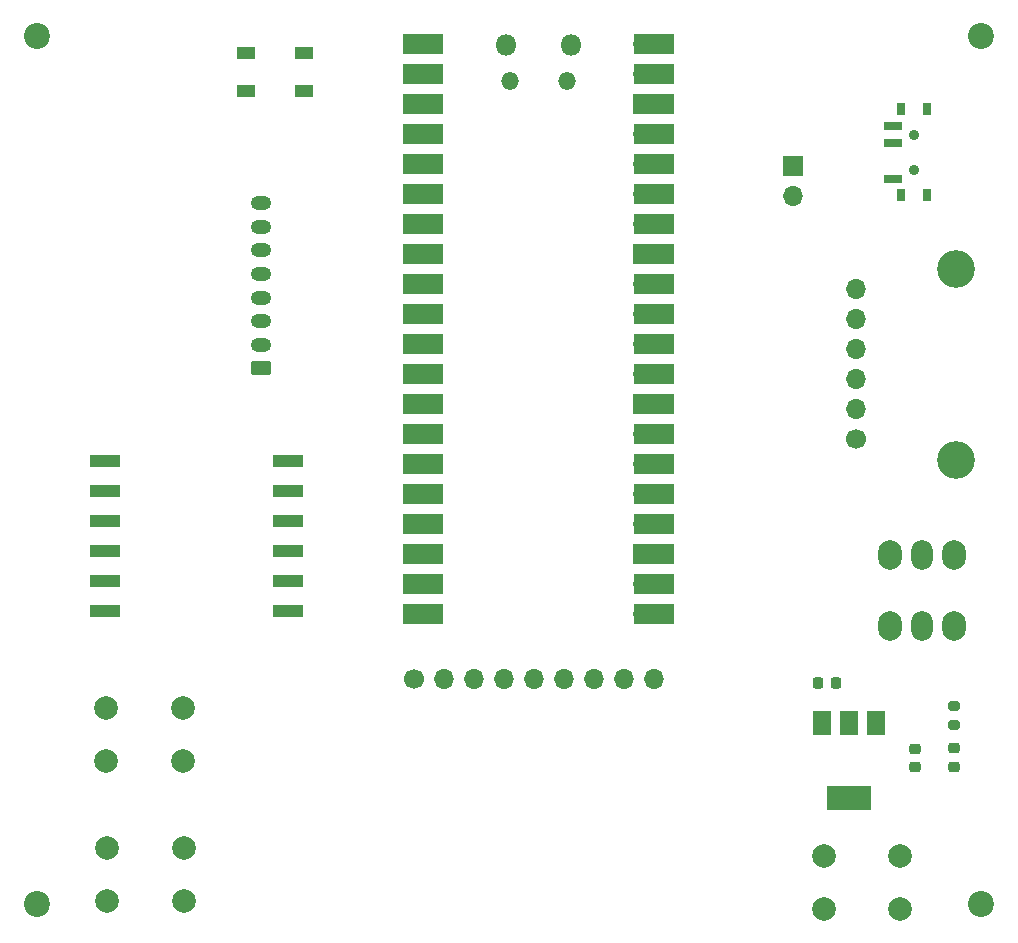
<source format=gbr>
%TF.GenerationSoftware,KiCad,Pcbnew,(6.0.7-1)-1*%
%TF.CreationDate,2022-12-29T15:12:48+00:00*%
%TF.ProjectId,pico-gps-datalogger,7069636f-2d67-4707-932d-646174616c6f,rev?*%
%TF.SameCoordinates,Original*%
%TF.FileFunction,Soldermask,Top*%
%TF.FilePolarity,Negative*%
%FSLAX46Y46*%
G04 Gerber Fmt 4.6, Leading zero omitted, Abs format (unit mm)*
G04 Created by KiCad (PCBNEW (6.0.7-1)-1) date 2022-12-29 15:12:48*
%MOMM*%
%LPD*%
G01*
G04 APERTURE LIST*
G04 Aperture macros list*
%AMRoundRect*
0 Rectangle with rounded corners*
0 $1 Rounding radius*
0 $2 $3 $4 $5 $6 $7 $8 $9 X,Y pos of 4 corners*
0 Add a 4 corners polygon primitive as box body*
4,1,4,$2,$3,$4,$5,$6,$7,$8,$9,$2,$3,0*
0 Add four circle primitives for the rounded corners*
1,1,$1+$1,$2,$3*
1,1,$1+$1,$4,$5*
1,1,$1+$1,$6,$7*
1,1,$1+$1,$8,$9*
0 Add four rect primitives between the rounded corners*
20,1,$1+$1,$2,$3,$4,$5,0*
20,1,$1+$1,$4,$5,$6,$7,0*
20,1,$1+$1,$6,$7,$8,$9,0*
20,1,$1+$1,$8,$9,$2,$3,0*%
G04 Aperture macros list end*
%ADD10RoundRect,0.200000X0.275000X-0.200000X0.275000X0.200000X-0.275000X0.200000X-0.275000X-0.200000X0*%
%ADD11C,1.700000*%
%ADD12O,1.700000X1.700000*%
%ADD13C,2.200000*%
%ADD14RoundRect,0.225000X0.250000X-0.225000X0.250000X0.225000X-0.250000X0.225000X-0.250000X-0.225000X0*%
%ADD15R,1.500000X1.000000*%
%ADD16O,2.000000X2.500000*%
%ADD17O,1.850000X2.500000*%
%ADD18RoundRect,0.250000X0.625000X-0.350000X0.625000X0.350000X-0.625000X0.350000X-0.625000X-0.350000X0*%
%ADD19O,1.750000X1.200000*%
%ADD20C,3.200000*%
%ADD21R,0.800000X1.000000*%
%ADD22C,0.900000*%
%ADD23R,1.500000X0.700000*%
%ADD24R,2.500000X1.000000*%
%ADD25C,2.000000*%
%ADD26R,1.700000X1.700000*%
%ADD27RoundRect,0.218750X-0.256250X0.218750X-0.256250X-0.218750X0.256250X-0.218750X0.256250X0.218750X0*%
%ADD28O,1.500000X1.500000*%
%ADD29O,1.800000X1.800000*%
%ADD30R,3.500000X1.700000*%
%ADD31R,1.500000X2.000000*%
%ADD32R,3.800000X2.000000*%
%ADD33RoundRect,0.225000X-0.225000X-0.250000X0.225000X-0.250000X0.225000X0.250000X-0.225000X0.250000X0*%
G04 APERTURE END LIST*
D10*
%TO.C,R1*%
X174847500Y-127875000D03*
X174847500Y-126225000D03*
%TD*%
D11*
%TO.C,J4*%
X166510000Y-103660000D03*
D12*
X166510000Y-101120000D03*
X166510000Y-98580000D03*
X166510000Y-96040000D03*
X166510000Y-93500000D03*
X166510000Y-90960000D03*
%TD*%
D13*
%TO.C,H4*%
X177100000Y-143000000D03*
%TD*%
%TO.C,H1*%
X97200000Y-69500000D03*
%TD*%
D11*
%TO.C,J2*%
X129100000Y-123960000D03*
D12*
X131640000Y-123960000D03*
X134180000Y-123960000D03*
X136720000Y-123960000D03*
X139260000Y-123960000D03*
X141800000Y-123960000D03*
X144340000Y-123960000D03*
X146880000Y-123960000D03*
X149420000Y-123960000D03*
%TD*%
D14*
%TO.C,C2*%
X171497500Y-131445000D03*
X171497500Y-129895000D03*
%TD*%
D13*
%TO.C,H2*%
X177100000Y-69500000D03*
%TD*%
D15*
%TO.C,D2*%
X119810000Y-74150000D03*
X119810000Y-70950000D03*
X114910000Y-70950000D03*
X114910000Y-74150000D03*
%TD*%
D16*
%TO.C,SW5*%
X174860000Y-113470000D03*
D17*
X172120000Y-113470000D03*
D16*
X169380000Y-113470000D03*
X169380000Y-119470000D03*
D17*
X172120000Y-119470000D03*
D16*
X174860000Y-119470000D03*
%TD*%
D18*
%TO.C,J1*%
X116120000Y-97680000D03*
D19*
X116120000Y-95680000D03*
X116120000Y-93680000D03*
X116120000Y-91680000D03*
X116120000Y-89680000D03*
X116120000Y-87680000D03*
X116120000Y-85680000D03*
X116120000Y-83680000D03*
%TD*%
D13*
%TO.C,H3*%
X97200000Y-143000000D03*
%TD*%
D20*
%TO.C,H6*%
X175000000Y-105400000D03*
%TD*%
D21*
%TO.C,SW4*%
X172540000Y-75730000D03*
X170330000Y-75730000D03*
X172540000Y-83030000D03*
D22*
X171440000Y-77880000D03*
X171440000Y-80880000D03*
D21*
X170330000Y-83030000D03*
D23*
X169680000Y-81630000D03*
X169680000Y-78630000D03*
X169680000Y-77130000D03*
%TD*%
D24*
%TO.C,U2*%
X102950000Y-105510000D03*
X102950000Y-108050000D03*
X102950000Y-110590000D03*
X102950000Y-113130000D03*
X102950000Y-115670000D03*
X102950000Y-118210000D03*
X118450000Y-118210000D03*
X118450000Y-115670000D03*
X118450000Y-113130000D03*
X118450000Y-110590000D03*
X118450000Y-108050000D03*
X118450000Y-105510000D03*
%TD*%
D25*
%TO.C,SW1*%
X109540000Y-126440000D03*
X103040000Y-126440000D03*
X103040000Y-130940000D03*
X109540000Y-130940000D03*
%TD*%
%TO.C,SW3*%
X170280000Y-138920000D03*
X163780000Y-138920000D03*
X163780000Y-143420000D03*
X170280000Y-143420000D03*
%TD*%
D26*
%TO.C,J3*%
X161160000Y-80500000D03*
D12*
X161160000Y-83040000D03*
%TD*%
D27*
%TO.C,D1*%
X174817500Y-129822500D03*
X174817500Y-131397500D03*
%TD*%
D28*
%TO.C,U3*%
X142060000Y-73335000D03*
X137210000Y-73335000D03*
D29*
X142360000Y-70305000D03*
X136910000Y-70305000D03*
D30*
X129845000Y-70175000D03*
D12*
X130745000Y-70175000D03*
X130745000Y-72715000D03*
D30*
X129845000Y-72715000D03*
D26*
X130745000Y-75255000D03*
D30*
X129845000Y-75255000D03*
D12*
X130745000Y-77795000D03*
D30*
X129845000Y-77795000D03*
X129845000Y-80335000D03*
D12*
X130745000Y-80335000D03*
D30*
X129845000Y-82875000D03*
D12*
X130745000Y-82875000D03*
X130745000Y-85415000D03*
D30*
X129845000Y-85415000D03*
D26*
X130745000Y-87955000D03*
D30*
X129845000Y-87955000D03*
D12*
X130745000Y-90495000D03*
D30*
X129845000Y-90495000D03*
D12*
X130745000Y-93035000D03*
D30*
X129845000Y-93035000D03*
D12*
X130745000Y-95575000D03*
D30*
X129845000Y-95575000D03*
X129845000Y-98115000D03*
D12*
X130745000Y-98115000D03*
D26*
X130745000Y-100655000D03*
D30*
X129845000Y-100655000D03*
D12*
X130745000Y-103195000D03*
D30*
X129845000Y-103195000D03*
X129845000Y-105735000D03*
D12*
X130745000Y-105735000D03*
X130745000Y-108275000D03*
D30*
X129845000Y-108275000D03*
X129845000Y-110815000D03*
D12*
X130745000Y-110815000D03*
D26*
X130745000Y-113355000D03*
D30*
X129845000Y-113355000D03*
D12*
X130745000Y-115895000D03*
D30*
X129845000Y-115895000D03*
X129845000Y-118435000D03*
D12*
X130745000Y-118435000D03*
X148525000Y-118435000D03*
D30*
X149425000Y-118435000D03*
X149425000Y-115895000D03*
D12*
X148525000Y-115895000D03*
D26*
X148525000Y-113355000D03*
D30*
X149425000Y-113355000D03*
D12*
X148525000Y-110815000D03*
D30*
X149425000Y-110815000D03*
X149425000Y-108275000D03*
D12*
X148525000Y-108275000D03*
D30*
X149425000Y-105735000D03*
D12*
X148525000Y-105735000D03*
X148525000Y-103195000D03*
D30*
X149425000Y-103195000D03*
X149425000Y-100655000D03*
D26*
X148525000Y-100655000D03*
D30*
X149425000Y-98115000D03*
D12*
X148525000Y-98115000D03*
D30*
X149425000Y-95575000D03*
D12*
X148525000Y-95575000D03*
D30*
X149425000Y-93035000D03*
D12*
X148525000Y-93035000D03*
D30*
X149425000Y-90495000D03*
D12*
X148525000Y-90495000D03*
D30*
X149425000Y-87955000D03*
D26*
X148525000Y-87955000D03*
D12*
X148525000Y-85415000D03*
D30*
X149425000Y-85415000D03*
X149425000Y-82875000D03*
D12*
X148525000Y-82875000D03*
X148525000Y-80335000D03*
D30*
X149425000Y-80335000D03*
X149425000Y-77795000D03*
D12*
X148525000Y-77795000D03*
D26*
X148525000Y-75255000D03*
D30*
X149425000Y-75255000D03*
X149425000Y-72715000D03*
D12*
X148525000Y-72715000D03*
X148525000Y-70175000D03*
D30*
X149425000Y-70175000D03*
%TD*%
D31*
%TO.C,U1*%
X168232500Y-127730000D03*
X165932500Y-127730000D03*
D32*
X165932500Y-134030000D03*
D31*
X163632500Y-127730000D03*
%TD*%
D25*
%TO.C,SW2*%
X103120000Y-138290000D03*
X109620000Y-138290000D03*
X103120000Y-142790000D03*
X109620000Y-142790000D03*
%TD*%
D20*
%TO.C,H5*%
X175020000Y-89240000D03*
%TD*%
D33*
%TO.C,C1*%
X163307500Y-124272500D03*
X164857500Y-124272500D03*
%TD*%
M02*

</source>
